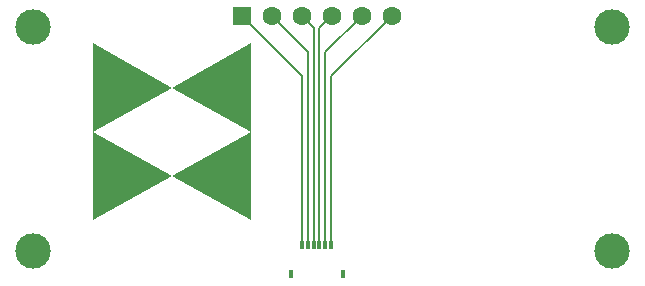
<source format=gtl>
G04*
G04 #@! TF.GenerationSoftware,Altium Limited,Altium Designer,23.8.1 (32)*
G04*
G04 Layer_Physical_Order=1*
G04 Layer_Color=255*
%FSLAX44Y44*%
%MOMM*%
G71*
G04*
G04 #@! TF.SameCoordinates,EFFE2BD2-F133-4116-8B31-CAA5E5CF1D5D*
G04*
G04*
G04 #@! TF.FilePolarity,Positive*
G04*
G01*
G75*
%ADD12R,0.3000X0.8000*%
%ADD13R,0.4000X0.8000*%
%ADD19C,0.2040*%
%ADD20C,1.6000*%
%ADD21R,1.6000X1.6000*%
%ADD22C,3.0000*%
G36*
X214747Y205868D02*
Y205399D01*
Y205118D01*
Y204650D01*
Y204087D01*
Y203431D01*
Y202681D01*
Y201744D01*
Y200713D01*
Y199494D01*
Y198182D01*
Y196683D01*
Y194996D01*
Y193121D01*
Y190965D01*
Y188716D01*
Y186279D01*
Y183561D01*
Y180656D01*
Y177469D01*
Y174001D01*
Y170346D01*
Y166503D01*
Y162285D01*
Y157787D01*
Y153006D01*
Y147945D01*
Y142603D01*
Y136979D01*
Y130981D01*
X214747Y56000D01*
X147873Y93490D01*
X81000Y56000D01*
X81000Y130981D01*
Y136979D01*
Y142603D01*
Y147945D01*
Y153006D01*
Y157786D01*
Y162285D01*
Y166503D01*
Y170346D01*
Y174001D01*
Y177469D01*
Y180656D01*
Y183561D01*
Y186279D01*
Y188716D01*
Y190965D01*
Y193121D01*
Y194996D01*
Y196683D01*
Y198182D01*
Y199494D01*
Y200713D01*
Y201744D01*
Y202681D01*
Y203431D01*
Y204087D01*
Y204649D01*
Y205118D01*
Y205399D01*
Y205868D01*
Y205962D01*
X147873Y168471D01*
X81000Y130981D01*
X147873Y93490D01*
X214747Y130981D01*
X147873Y168471D01*
X214747Y205962D01*
Y205868D01*
D02*
G37*
D12*
X257500Y35222D02*
D03*
X262500D02*
D03*
X267500D02*
D03*
X272500D02*
D03*
X277500D02*
D03*
X282500D02*
D03*
D13*
X292000Y10222D02*
D03*
X248000D02*
D03*
D19*
X282500Y35222D02*
Y178351D01*
X333500Y229351D01*
X272500Y35222D02*
Y219151D01*
X277500Y35222D02*
Y198751D01*
X308100Y229351D01*
X257500Y35222D02*
Y178351D01*
X206500Y229351D02*
X257500Y178351D01*
X267500Y35222D02*
Y219151D01*
X262500Y35222D02*
Y198751D01*
X272500Y219151D02*
X282700Y229351D01*
X231900D02*
X262500Y198751D01*
X257300Y229351D02*
X267500Y219151D01*
D20*
X308100Y229351D02*
D03*
X282700D02*
D03*
X333500D02*
D03*
X257300D02*
D03*
X231900D02*
D03*
D21*
X206500D02*
D03*
D22*
X520000Y30000D02*
D03*
Y220000D02*
D03*
X30000D02*
D03*
Y30000D02*
D03*
M02*

</source>
